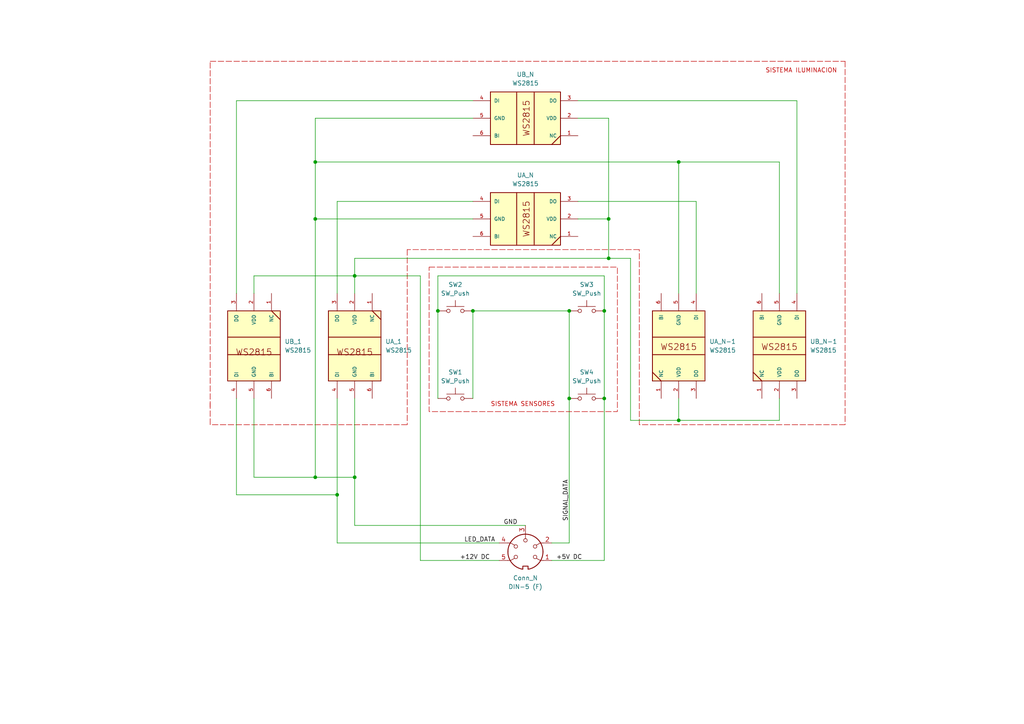
<source format=kicad_sch>
(kicad_sch (version 20231120) (generator "eeschema") (generator_version "8.0")
  (paper "A4")
  (title_block (title "Esquema Eléctrico Baldosa") (date "2025-01-29") (company "Andtonic Studios"))
  (lib_symbols
    (symbol "Connector:DIN-5" (pin_names (offset 1.016))
      (property "Reference" "J1" (at -0.0001 -7.62 0))
      (property "Value" "DIN-5" (at -0.0001 -10.16 0))
      (symbol "DIN-5_0_1"
        (arc (start -5.08 0) (mid -3.8673 -3.3444) (end -0.762 -5.08) (stroke (width 0.254)))
        (circle (center -2.794 -1.524) (radius 0.508))
        (circle (center -2.794 1.524) (radius 0.508))
        (polyline (pts (xy 0 5.08) (xy 0 3.81)))
        (polyline (pts (xy -5.08 -2.54) (xy -4.318 -2.54) (xy -3.175 -1.905)))
        (polyline (pts (xy -5.08 2.54) (xy -4.318 2.54) (xy -3.175 1.905)))
        (polyline (pts (xy 5.08 -2.54) (xy 4.318 -2.54) (xy 3.175 -1.905)))
        (polyline (pts (xy 5.08 2.54) (xy 4.318 2.54) (xy 3.175 1.905)))
        (polyline (pts (xy 0.762 -4.953) (xy 0.762 -4.191) (xy -0.762 -4.191) (xy -0.762 -4.953)) (stroke (width 0.254)))
        (circle (center 0 3.302) (radius 0.508))
        (arc (start 0.762 -5.08) (mid 3.8597 -3.3379) (end 5.08 0) (stroke (width 0.254)))
        (circle (center 2.794 -1.524) (radius 0.508))
        (circle (center 2.794 1.524) (radius 0.508))
        (arc (start 5.08 0) (mid 0 5.0579) (end -5.08 0) (stroke (width 0.254)))
      )
      (symbol "DIN-5_1_1"
        (pin passive line (at 7.62 -2.54 180) (length 2.54) (name "~") (number "1"))
        (pin passive line (at 7.62 2.54 180) (length 2.54) (name "~") (number "2"))
        (pin passive line (at 0 7.62 270) (length 2.54) (name "~") (number "3"))
        (pin passive line (at -7.62 2.54 0) (length 2.54) (name "~") (number "4"))
        (pin passive line (at -7.62 -2.54 0) (length 2.54) (name "~") (number "5"))
      )
    )
    (symbol "Switch:SW_Push" (pin_numbers hide) (pin_names (offset 1.016) hide)
      (property "Reference" "SW" (at 1.27 2.54 0))
      (property "Value" "SW_Push" (at 0 -1.524 0))
      (symbol "SW_Push_0_1"
        (circle (center -2.032 0) (radius 0.508))
        (polyline (pts (xy 0 1.27) (xy 0 3.048)))
        (polyline (pts (xy 2.54 1.27) (xy -2.54 1.27)))
        (circle (center 2.032 0) (radius 0.508))
        (pin passive line (at -5.08 0 0) (length 2.54) (name "1") (number "1"))
        (pin passive line (at 5.08 0 180) (length 2.54) (name "2") (number "2"))
      )
    )
    (symbol "WS2815_1" (pin_names (offset 1.016))
      (property "Reference" "U" (at 0 0 0))
      (property "Value" "WS2815" (at 0 0 0))
      (symbol "WS2815_1_0_0"
        (rectangle (start -10.16 12.7) (end 10.16 -2.54) (stroke (width 0.254)) (fill (type background)))
        (polyline (pts (xy -2.54 -2.54) (xy -2.54 12.7)) (stroke (width 0.254)))
        (polyline (pts (xy 2.54 -2.54) (xy 2.54 12.7)) (stroke (width 0.254)))
        (polyline (pts (xy 7.62 -2.54) (xy 10.16 0)) (stroke (width 0.254)))
        (text "WS2815" (at -0.762 5.08 900) (effects (font (size 1.778 1.778)) (justify top)))
        (pin bidirectional line (at 15.24 0 180) (length 5.08) (name "NC") (number "1"))
        (pin bidirectional line (at 15.24 5.08 180) (length 5.08) (name "VDD") (number "2"))
        (pin bidirectional line (at 15.24 10.16 180) (length 5.08) (name "DO") (number "3"))
        (pin bidirectional line (at -15.24 10.16 0) (length 5.08) (name "DI") (number "4"))
        (pin bidirectional line (at -15.24 5.08 0) (length 5.08) (name "GND") (number "5"))
        (pin bidirectional line (at -15.24 0 0) (length 5.08) (name "BI") (number "6"))
      )
    )
  )
  (junction (at 91.44 138.43))
  (junction (at 91.44 46.99))
  (junction (at 176.53 63.5))
  (junction (at 127 90.17))
  (junction (at 175.26 115.57))
  (junction (at 91.44 63.5))
  (junction (at 137.16 90.17))
  (junction (at 175.26 90.17))
  (junction (at 176.53 74.93))
  (junction (at 165.1 115.57))
  (junction (at 97.79 143.51))
  (junction (at 196.85 46.99))
  (junction (at 165.1 90.17))
  (junction (at 102.87 138.43))
  (junction (at 102.87 80.01))
  (junction (at 196.85 121.92))
  (wire (pts (xy 91.44 63.5) (xy 91.44 46.99)))
  (wire (pts (xy 97.79 85.09) (xy 97.79 58.42)))
  (wire (pts (xy 97.79 143.51) (xy 68.58 143.51)))
  (polyline (pts (xy 245.11 17.78) (xy 245.11 123.19)) (stroke (width 0) (type dash) (color 194 0 0 1)))
  (wire (pts (xy 91.44 63.5) (xy 137.16 63.5)))
  (wire (pts (xy 196.85 121.92) (xy 226.06 121.92)))
  (wire (pts (xy 102.87 80.01) (xy 121.92 80.01)))
  (wire (pts (xy 121.92 162.56) (xy 121.92 80.01)))
  (wire (pts (xy 91.44 63.5) (xy 91.44 138.43)))
  (wire (pts (xy 127 90.17) (xy 127 115.57)))
  (wire (pts (xy 97.79 143.51) (xy 97.79 115.57)))
  (wire (pts (xy 201.93 58.42) (xy 201.93 85.09)))
  (wire (pts (xy 176.53 74.93) (xy 182.88 74.93)))
  (wire (pts (xy 102.87 80.01) (xy 73.66 80.01)))
  (wire (pts (xy 97.79 58.42) (xy 137.16 58.42)))
  (wire (pts (xy 68.58 143.51) (xy 68.58 115.57)))
  (wire (pts (xy 226.06 46.99) (xy 226.06 85.09)))
  (wire (pts (xy 182.88 74.93) (xy 182.88 121.92)))
  (wire (pts (xy 167.64 58.42) (xy 201.93 58.42)))
  (wire (pts (xy 68.58 85.09) (xy 68.58 29.21)))
  (wire (pts (xy 102.87 138.43) (xy 91.44 138.43)))
  (wire (pts (xy 175.26 80.01) (xy 127 80.01)))
  (wire (pts (xy 176.53 34.29) (xy 167.64 34.29)))
  (wire (pts (xy 102.87 138.43) (xy 102.87 115.57)))
  (wire (pts (xy 165.1 157.48) (xy 160.02 157.48)))
  (polyline (pts (xy 185.42 72.39) (xy 118.11 72.39)) (stroke (width 0) (type dash) (color 194 0 0 1)))
  (wire (pts (xy 73.66 138.43) (xy 73.66 115.57)))
  (wire (pts (xy 102.87 74.93) (xy 176.53 74.93)))
  (wire (pts (xy 175.26 90.17) (xy 175.26 115.57)))
  (polyline (pts (xy 185.42 123.19) (xy 185.42 72.39)) (stroke (width 0) (type dash) (color 194 0 0 1)))
  (wire (pts (xy 196.85 121.92) (xy 196.85 115.57)))
  (wire (pts (xy 121.92 162.56) (xy 144.78 162.56)))
  (wire (pts (xy 160.02 162.56) (xy 175.26 162.56)))
  (wire (pts (xy 91.44 34.29) (xy 137.16 34.29)))
  (polyline (pts (xy 245.11 123.19) (xy 185.42 123.19)) (stroke (width 0) (type dash) (color 194 0 0 1)))
  (wire (pts (xy 167.64 63.5) (xy 176.53 63.5)))
  (wire (pts (xy 165.1 115.57) (xy 165.1 157.48)))
  (wire (pts (xy 137.16 90.17) (xy 137.16 115.57)))
  (polyline (pts (xy 60.96 116.84) (xy 60.96 123.19)) (stroke (width 0) (type dash) (color 194 0 0 1)))
  (polyline (pts (xy 118.11 72.39) (xy 118.11 123.19)) (stroke (width 0) (type dash) (color 194 0 0 1)))
  (wire (pts (xy 231.14 29.21) (xy 231.14 85.09)))
  (wire (pts (xy 102.87 80.01) (xy 102.87 74.93)))
  (wire (pts (xy 102.87 85.09) (xy 102.87 80.01)))
  (wire (pts (xy 102.87 152.4) (xy 102.87 138.43)))
  (wire (pts (xy 165.1 90.17) (xy 165.1 115.57)))
  (wire (pts (xy 91.44 46.99) (xy 196.85 46.99)))
  (wire (pts (xy 167.64 29.21) (xy 231.14 29.21)))
  (polyline (pts (xy 60.96 118.11) (xy 60.96 17.78)) (stroke (width 0) (type dash) (color 194 0 0 1)))
  (wire (pts (xy 182.88 121.92) (xy 196.85 121.92)))
  (wire (pts (xy 73.66 138.43) (xy 91.44 138.43)))
  (wire (pts (xy 97.79 157.48) (xy 97.79 143.51)))
  (wire (pts (xy 137.16 90.17) (xy 165.1 90.17)))
  (wire (pts (xy 175.26 90.17) (xy 175.26 80.01)))
  (wire (pts (xy 68.58 29.21) (xy 137.16 29.21)))
  (polyline (pts (xy 60.96 17.78) (xy 245.11 17.78)) (stroke (width 0) (type dash) (color 194 0 0 1)))
  (wire (pts (xy 102.87 152.4) (xy 152.4 152.4)))
  (wire (pts (xy 97.79 157.48) (xy 144.78 157.48)))
  (polyline (pts (xy 118.11 123.19) (xy 60.96 123.19)) (stroke (width 0) (type dash) (color 194 0 0 1)))
  (wire (pts (xy 73.66 80.01) (xy 73.66 85.09)))
  (wire (pts (xy 176.53 63.5) (xy 176.53 34.29)))
  (wire (pts (xy 196.85 46.99) (xy 226.06 46.99)))
  (wire (pts (xy 176.53 74.93) (xy 176.53 63.5)))
  (wire (pts (xy 91.44 46.99) (xy 91.44 34.29)))
  (wire (pts (xy 127 80.01) (xy 127 90.17)))
  (wire (pts (xy 175.26 162.56) (xy 175.26 115.57)))
  (wire (pts (xy 226.06 115.57) (xy 226.06 121.92)))
  (wire (pts (xy 196.85 46.99) (xy 196.85 85.09)))
  (rectangle (start 124.46 77.47) (end 179.07 119.38) (stroke (width 0) (type dash) (color 194 0 0 1)))
  (text "SISTEMA ILUMINACION\n" (at 232.41 20.574 0) (effects (font (size 1.27 1.27))))
  (text "SISTEMA SENSORES\n" (at 151.638 117.348 0) (effects (font (size 1.27 1.27))))
  (label "+12V DC" (at 133.35 162.56 0))
  (label "SIGNAL_DATA" (at 165.1 151.13 90))
  (label "+5V DC" (at 161.29 162.56 0))
  (label "GND" (at 146.05 152.4 0))
  (label "LED_DATA" (at 134.62 157.48 0))
  (symbol (lib_name "WS2815_1") (lib_id "WS2815:WS2815") (at 152.4 39.37 0) (unit 1)
    (property "Reference" "UB_N" (at 152.4 21.59 0))
    (property "Value" "WS2815" (at 152.4 24.13 0))
    (property "Footprint" "WS2815:LED-TRICOLOR-5050" (effects (hide yes)))
    (property "MF" "Normand" (effects (hide yes)))
    (property "Description_1" "\n                        \n                            Intelligent control LED integrated light source\n                        \n" (effects (hide yes)))
    (property "Package" "Package" (effects (hide yes)))
    (property "Price" "None" (effects (hide yes)))
    (property "SnapEDA_Link" "https://www.snapeda.com/parts/WS2815/Normand/view-part/?ref=snap" (effects (hide yes)))
    (property "MP" "WS2815" (effects (hide yes)))
    (property "Availability" "Not in stock" (effects (hide yes)))
    (property "Check_prices" "https://www.snapeda.com/parts/WS2815/Normand/view-part/?ref=eda" (effects (hide yes)))
  )
  (symbol (lib_id "Switch:SW_Push") (at 170.18 90.17 0) (unit 1)
    (property "Reference" "SW3" (at 170.18 82.55 0))
    (property "Value" "SW_Push" (at 170.18 85.09 0))
    (property "Description" "Push button switch, generic, two pins" (effects (hide yes)))
  )
  (symbol (lib_name "WS2815_1") (lib_id "WS2815:WS2815") (at 220.98 100.33 270) (unit 1)
    (property "Reference" "UB_N-1" (at 234.95 99.0599 90) (effects (justify left)))
    (property "Value" "WS2815" (at 234.95 101.5999 90) (effects (justify left)))
    (property "Footprint" "WS2815:LED-TRICOLOR-5050" (effects (hide yes)))
    (property "MF" "Normand" (effects (hide yes)))
    (property "Description_1" "\n                        \n                            Intelligent control LED integrated light source\n                        \n" (effects (hide yes)))
    (property "Package" "Package" (effects (hide yes)))
    (property "Price" "None" (effects (hide yes)))
    (property "SnapEDA_Link" "https://www.snapeda.com/parts/WS2815/Normand/view-part/?ref=snap" (effects (hide yes)))
    (property "MP" "WS2815" (effects (hide yes)))
    (property "Availability" "Not in stock" (effects (hide yes)))
    (property "Check_prices" "https://www.snapeda.com/parts/WS2815/Normand/view-part/?ref=eda" (effects (hide yes)))
  )
  (symbol (lib_id "Switch:SW_Push") (at 132.08 90.17 0) (unit 1)
    (property "Reference" "SW2" (at 132.08 82.55 0))
    (property "Value" "SW_Push" (at 132.08 85.09 0))
    (property "Description" "Push button switch, generic, two pins" (effects (hide yes)))
  )
  (symbol (lib_name "WS2815_1") (lib_id "WS2815:WS2815") (at 78.74 100.33 90) (unit 1)
    (property "Reference" "UB_1" (at 82.55 99.0599 90) (effects (justify right)))
    (property "Value" "WS2815" (at 82.55 101.5999 90) (effects (justify right)))
    (property "Footprint" "WS2815:LED-TRICOLOR-5050" (effects (hide yes)))
    (property "MF" "Normand" (effects (hide yes)))
    (property "Description_1" "\n                        \n                            Intelligent control LED integrated light source\n                        \n" (effects (hide yes)))
    (property "Package" "Package" (effects (hide yes)))
    (property "Price" "None" (effects (hide yes)))
    (property "SnapEDA_Link" "https://www.snapeda.com/parts/WS2815/Normand/view-part/?ref=snap" (effects (hide yes)))
    (property "MP" "WS2815" (effects (hide yes)))
    (property "Availability" "Not in stock" (effects (hide yes)))
    (property "Check_prices" "https://www.snapeda.com/parts/WS2815/Normand/view-part/?ref=eda" (effects (hide yes)))
  )
  (symbol (lib_id "Switch:SW_Push") (at 170.18 115.57 0) (unit 1)
    (property "Reference" "SW4" (at 170.18 107.95 0))
    (property "Value" "SW_Push" (at 170.18 110.49 0))
    (property "Description" "Push button switch, generic, two pins" (effects (hide yes)))
  )
  (symbol (lib_name "WS2815_1") (lib_id "WS2815:WS2815") (at 152.4 68.58 0) (unit 1)
    (property "Reference" "UA_N" (at 152.4 50.8 0))
    (property "Value" "WS2815" (at 152.4 53.34 0))
    (property "Footprint" "WS2815:LED-TRICOLOR-5050" (effects (hide yes)))
    (property "MF" "Normand" (effects (hide yes)))
    (property "Description_1" "\n                        \n                            Intelligent control LED integrated light source\n                        \n" (effects (hide yes)))
    (property "Package" "Package" (effects (hide yes)))
    (property "Price" "None" (effects (hide yes)))
    (property "SnapEDA_Link" "https://www.snapeda.com/parts/WS2815/Normand/view-part/?ref=snap" (effects (hide yes)))
    (property "MP" "WS2815" (effects (hide yes)))
    (property "Availability" "Not in stock" (effects (hide yes)))
    (property "Check_prices" "https://www.snapeda.com/parts/WS2815/Normand/view-part/?ref=eda" (effects (hide yes)))
  )
  (symbol (lib_name "WS2815_1") (lib_id "WS2815:WS2815") (at 107.95 100.33 90) (unit 1)
    (property "Reference" "UA_1" (at 111.76 99.0599 90) (effects (justify right)))
    (property "Value" "WS2815" (at 111.76 101.5999 90) (effects (justify right)))
    (property "Footprint" "WS2815:LED-TRICOLOR-5050" (effects (hide yes)))
    (property "MF" "Normand" (effects (hide yes)))
    (property "Description_1" "\n                        \n                            Intelligent control LED integrated light source\n                        \n" (effects (hide yes)))
    (property "Package" "Package" (effects (hide yes)))
    (property "Price" "None" (effects (hide yes)))
    (property "SnapEDA_Link" "https://www.snapeda.com/parts/WS2815/Normand/view-part/?ref=snap" (effects (hide yes)))
    (property "MP" "WS2815" (effects (hide yes)))
    (property "Availability" "Not in stock" (effects (hide yes)))
    (property "Check_prices" "https://www.snapeda.com/parts/WS2815/Normand/view-part/?ref=eda" (effects (hide yes)))
  )
  (symbol (lib_id "Connector:DIN-5") (at 152.4 160.02 0) (unit 1)
    (property "Reference" "Conn_N" (at 152.3999 167.64 0))
    (property "Value" "DIN-5 (F)" (at 152.3999 170.18 0))
    (property "Datasheet" "http://www.mouser.com/ds/2/18/40_c091_abd_e-75918.pdf" (effects (hide yes)))
    (property "Description" "5-pin DIN connector" (effects (hide yes)))
  )
  (symbol (lib_name "WS2815_1") (lib_id "WS2815:WS2815") (at 191.77 100.33 270) (unit 1)
    (property "Reference" "UA_N-1" (at 205.74 99.0599 90) (effects (justify left)))
    (property "Value" "WS2815" (at 205.74 101.5999 90) (effects (justify left)))
    (property "Footprint" "WS2815:LED-TRICOLOR-5050" (effects (hide yes)))
    (property "MF" "Normand" (effects (hide yes)))
    (property "Description_1" "\n                        \n                            Intelligent control LED integrated light source\n                        \n" (effects (hide yes)))
    (property "Package" "Package" (effects (hide yes)))
    (property "Price" "None" (effects (hide yes)))
    (property "SnapEDA_Link" "https://www.snapeda.com/parts/WS2815/Normand/view-part/?ref=snap" (effects (hide yes)))
    (property "MP" "WS2815" (effects (hide yes)))
    (property "Availability" "Not in stock" (effects (hide yes)))
    (property "Check_prices" "https://www.snapeda.com/parts/WS2815/Normand/view-part/?ref=eda" (effects (hide yes)))
  )
  (symbol (lib_id "Switch:SW_Push") (at 132.08 115.57 0) (unit 1)
    (property "Reference" "SW1" (at 132.08 107.95 0))
    (property "Value" "SW_Push" (at 132.08 110.49 0))
    (property "Description" "Push button switch, generic, two pins" (effects (hide yes)))
  )
)
</source>
